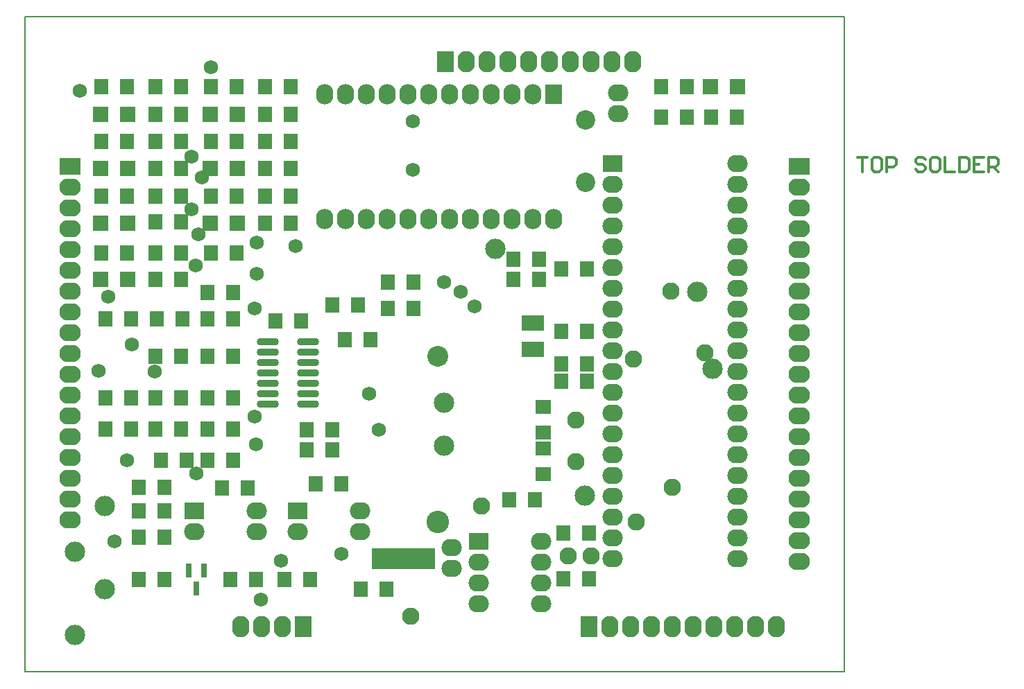
<source format=gts>
%FSLAX25Y25*%
%MOIN*%
G70*
G01*
G75*
G04 Layer_Color=8388736*
%ADD10C,0.04000*%
%ADD11C,0.01800*%
%ADD12C,0.02400*%
%ADD13C,0.03000*%
%ADD14C,0.02200*%
%ADD15C,0.02000*%
%ADD16C,0.04400*%
%ADD17C,0.01600*%
%ADD18R,0.05906X0.06693*%
%ADD19R,0.10236X0.06693*%
%ADD20R,0.02362X0.06299*%
%ADD21R,0.06693X0.06693*%
%ADD22R,0.06693X0.05906*%
%ADD23O,0.09843X0.02756*%
%ADD24C,0.00800*%
%ADD25C,0.01200*%
%ADD26C,0.01400*%
%ADD27R,0.07500X0.09500*%
%ADD28O,0.07500X0.09500*%
%ADD29C,0.07500*%
%ADD30O,0.07500X0.09000*%
%ADD31R,0.07500X0.09000*%
%ADD32C,0.08500*%
%ADD33C,0.09000*%
%ADD34R,0.09500X0.07500*%
%ADD35O,0.09500X0.07500*%
%ADD36O,0.09000X0.07500*%
%ADD37R,0.09000X0.07500*%
%ADD38C,0.10000*%
%ADD39C,0.06000*%
%ADD40C,0.00787*%
%ADD41C,0.00984*%
%ADD42C,0.01000*%
%ADD43C,0.02362*%
%ADD44C,0.03937*%
%ADD45C,0.01500*%
%ADD46R,0.06000X0.05000*%
%ADD47R,0.07874X0.03937*%
%ADD48R,0.03445X0.12303*%
%ADD49R,0.03445X0.12303*%
%ADD50R,0.30610X0.06890*%
G04:AMPARAMS|DCode=51|XSize=18.01mil|YSize=15.74mil|CornerRadius=0mil|HoleSize=0mil|Usage=FLASHONLY|Rotation=217.000|XOffset=0mil|YOffset=0mil|HoleType=Round|Shape=Rectangle|*
%AMROTATEDRECTD51*
4,1,4,0.00246,0.01170,0.01193,-0.00087,-0.00246,-0.01170,-0.01193,0.00087,0.00246,0.01170,0.0*
%
%ADD51ROTATEDRECTD51*%

G04:AMPARAMS|DCode=52|XSize=18.01mil|YSize=15.74mil|CornerRadius=0mil|HoleSize=0mil|Usage=FLASHONLY|Rotation=143.000|XOffset=0mil|YOffset=0mil|HoleType=Round|Shape=Rectangle|*
%AMROTATEDRECTD52*
4,1,4,0.01193,0.00087,0.00246,-0.01170,-0.01193,-0.00087,-0.00246,0.01170,0.01193,0.00087,0.0*
%
%ADD52ROTATEDRECTD52*%

%ADD53R,0.06706X0.07493*%
%ADD54R,0.11036X0.07493*%
%ADD55R,0.03162X0.07099*%
%ADD56R,0.07493X0.07493*%
%ADD57R,0.07493X0.06706*%
%ADD58O,0.10642X0.03556*%
%ADD59R,0.08300X0.10300*%
%ADD60O,0.08300X0.10300*%
%ADD61C,0.08300*%
%ADD62O,0.08300X0.09800*%
%ADD63R,0.08300X0.09800*%
%ADD64C,0.09300*%
%ADD65C,0.09800*%
%ADD66R,0.10300X0.08300*%
%ADD67O,0.10300X0.08300*%
%ADD68O,0.09800X0.08300*%
%ADD69R,0.09800X0.08300*%
%ADD70C,0.10800*%
%ADD71C,0.06800*%
G36*
X590750Y443000D02*
X560250D01*
Y453000D01*
X590750D01*
Y443000D01*
D02*
G37*
D24*
X393701Y393701D02*
Y708661D01*
X787402D01*
Y393701D02*
Y708661D01*
X393701Y393701D02*
X787402D01*
D25*
X793535Y641150D02*
X798200D01*
X795867D01*
Y634152D01*
X804031Y641150D02*
X801699D01*
X800532Y639984D01*
Y635319D01*
X801699Y634152D01*
X804031D01*
X805198Y635319D01*
Y639984D01*
X804031Y641150D01*
X807530Y634152D02*
Y641150D01*
X811029D01*
X812195Y639984D01*
Y637651D01*
X811029Y636485D01*
X807530D01*
X826191Y639984D02*
X825025Y641150D01*
X822692D01*
X821526Y639984D01*
Y638818D01*
X822692Y637651D01*
X825025D01*
X826191Y636485D01*
Y635319D01*
X825025Y634152D01*
X822692D01*
X821526Y635319D01*
X832022Y641150D02*
X829690D01*
X828523Y639984D01*
Y635319D01*
X829690Y634152D01*
X832022D01*
X833189Y635319D01*
Y639984D01*
X832022Y641150D01*
X835521D02*
Y634152D01*
X840186D01*
X842519Y641150D02*
Y634152D01*
X846018D01*
X847184Y635319D01*
Y639984D01*
X846018Y641150D01*
X842519D01*
X854182D02*
X849517D01*
Y634152D01*
X854182D01*
X849517Y637651D02*
X851849D01*
X856514Y634152D02*
Y641150D01*
X860013D01*
X861180Y639984D01*
Y637651D01*
X860013Y636485D01*
X856514D01*
X858847D02*
X861180Y634152D01*
D38*
X591900Y545499D02*
D03*
D53*
X652398Y438500D02*
D03*
X664602D02*
D03*
X652398Y460500D02*
D03*
X664602D02*
D03*
X495102Y595000D02*
D03*
X482898D02*
D03*
X456398Y582500D02*
D03*
X468602D02*
D03*
X444602Y510500D02*
D03*
X432398D02*
D03*
X493602Y495500D02*
D03*
X481398D02*
D03*
X458898D02*
D03*
X471102D02*
D03*
X541102Y510000D02*
D03*
X528898D02*
D03*
Y500500D02*
D03*
X541102D02*
D03*
X545602Y484000D02*
D03*
X533398D02*
D03*
X504602Y438000D02*
D03*
X492398D02*
D03*
X460602Y471000D02*
D03*
X448398D02*
D03*
X460602Y458500D02*
D03*
X448398D02*
D03*
X488398Y482000D02*
D03*
X500602D02*
D03*
X448398Y438000D02*
D03*
X460602D02*
D03*
X541398Y570000D02*
D03*
X553602D02*
D03*
X735602Y660500D02*
D03*
X723398D02*
D03*
X481398Y510500D02*
D03*
X493602D02*
D03*
X468602D02*
D03*
X456398D02*
D03*
X481398Y563500D02*
D03*
X493602D02*
D03*
X580102Y568500D02*
D03*
X567898D02*
D03*
Y581000D02*
D03*
X580102D02*
D03*
X547398Y553500D02*
D03*
X559602D02*
D03*
X444602Y525500D02*
D03*
X432398D02*
D03*
X456398D02*
D03*
X468602D02*
D03*
X481398D02*
D03*
X493602D02*
D03*
X444602Y563500D02*
D03*
X432398D02*
D03*
X456398Y545500D02*
D03*
X468602D02*
D03*
X469102Y563500D02*
D03*
X456898D02*
D03*
X663602Y557500D02*
D03*
X651398D02*
D03*
X699398Y660500D02*
D03*
X711602D02*
D03*
Y675000D02*
D03*
X699398D02*
D03*
X663602Y533500D02*
D03*
X651398D02*
D03*
X626398Y476500D02*
D03*
X638602D02*
D03*
X628398Y592000D02*
D03*
X640602D02*
D03*
X628398Y582500D02*
D03*
X640602D02*
D03*
X526102Y562500D02*
D03*
X513898D02*
D03*
X663602Y541600D02*
D03*
X651398D02*
D03*
Y587500D02*
D03*
X663602D02*
D03*
X493602Y545500D02*
D03*
X481398D02*
D03*
X530602Y438000D02*
D03*
X518398D02*
D03*
X567102Y433500D02*
D03*
X554898D02*
D03*
X442602Y648721D02*
D03*
X430398D02*
D03*
X468602Y675000D02*
D03*
X456398D02*
D03*
X521102D02*
D03*
X508898D02*
D03*
X456398Y622443D02*
D03*
X468602D02*
D03*
X430398D02*
D03*
X442602D02*
D03*
X521102Y648721D02*
D03*
X508898D02*
D03*
X521102Y622443D02*
D03*
X508898D02*
D03*
X456398Y648721D02*
D03*
X468602D02*
D03*
X482898D02*
D03*
X495102D02*
D03*
X456398Y595000D02*
D03*
X468602D02*
D03*
X495102Y622443D02*
D03*
X482898D02*
D03*
X442602Y595000D02*
D03*
X430398D02*
D03*
Y675000D02*
D03*
X442602D02*
D03*
X495102D02*
D03*
X482898D02*
D03*
X481398Y576000D02*
D03*
X493602D02*
D03*
X468602Y610000D02*
D03*
X456398D02*
D03*
Y661861D02*
D03*
X468602D02*
D03*
X521102D02*
D03*
X508898D02*
D03*
Y609500D02*
D03*
X521102D02*
D03*
X468602Y635582D02*
D03*
X456398D02*
D03*
X521102D02*
D03*
X508898D02*
D03*
X460602Y482500D02*
D03*
X448398D02*
D03*
D54*
X637500Y561299D02*
D03*
Y548701D02*
D03*
D55*
X479740Y442331D02*
D03*
X472260D02*
D03*
X476000Y433669D02*
D03*
D56*
X723004Y675000D02*
D03*
X735996D02*
D03*
X442996Y635582D02*
D03*
X430004D02*
D03*
Y609500D02*
D03*
X442996D02*
D03*
X495496Y635582D02*
D03*
X482504D02*
D03*
X430004Y582500D02*
D03*
X442996D02*
D03*
Y661861D02*
D03*
X430004D02*
D03*
X482504D02*
D03*
X495496D02*
D03*
Y609500D02*
D03*
X482504D02*
D03*
D57*
X642500Y501102D02*
D03*
Y488898D02*
D03*
Y521102D02*
D03*
Y508898D02*
D03*
D58*
X529646Y522500D02*
D03*
Y527500D02*
D03*
Y532500D02*
D03*
Y537500D02*
D03*
Y542500D02*
D03*
Y547500D02*
D03*
Y552500D02*
D03*
X510354Y522500D02*
D03*
Y527500D02*
D03*
Y532500D02*
D03*
Y537500D02*
D03*
Y542500D02*
D03*
Y547500D02*
D03*
Y552500D02*
D03*
D59*
X664724Y415354D02*
D03*
X527165D02*
D03*
X595591Y687008D02*
D03*
D60*
X674724Y415354D02*
D03*
X694724D02*
D03*
X704724D02*
D03*
X714724D02*
D03*
X724724D02*
D03*
X734724D02*
D03*
X744724D02*
D03*
X754724D02*
D03*
X684724D02*
D03*
X517165D02*
D03*
X507165D02*
D03*
X497165D02*
D03*
X605591Y687008D02*
D03*
X625591D02*
D03*
X635591D02*
D03*
X645591D02*
D03*
X655591D02*
D03*
X665591D02*
D03*
X675591D02*
D03*
X685591D02*
D03*
X615591D02*
D03*
D61*
X654500Y449500D02*
D03*
X658100Y494600D02*
D03*
Y514600D02*
D03*
X613000Y473500D02*
D03*
X665500Y449500D02*
D03*
X703900Y576600D02*
D03*
X720300Y547200D02*
D03*
X704724Y482424D02*
D03*
X686000Y544200D02*
D03*
X687400Y465800D02*
D03*
X579000Y420500D02*
D03*
D62*
X537500Y611500D02*
D03*
X547500D02*
D03*
X557500D02*
D03*
X567500D02*
D03*
X577500D02*
D03*
X587500D02*
D03*
X597500D02*
D03*
X607500D02*
D03*
X617500D02*
D03*
X627500D02*
D03*
X637500D02*
D03*
X647500D02*
D03*
X537500Y671500D02*
D03*
X547500D02*
D03*
X557500D02*
D03*
X567500D02*
D03*
X577500D02*
D03*
X587500D02*
D03*
X597500D02*
D03*
X607500D02*
D03*
X617500D02*
D03*
X627500D02*
D03*
X637500D02*
D03*
D63*
X647500D02*
D03*
D64*
X663000Y659000D02*
D03*
Y629000D02*
D03*
D65*
X432000Y433500D02*
D03*
Y473500D02*
D03*
X417500Y411500D02*
D03*
Y451500D02*
D03*
X595000Y502500D02*
D03*
Y523000D02*
D03*
X662500Y478500D02*
D03*
X619500Y597000D02*
D03*
X716500Y576500D02*
D03*
X724000Y539500D02*
D03*
D66*
X415354Y636614D02*
D03*
X765748D02*
D03*
D67*
X415354Y626614D02*
D03*
Y616614D02*
D03*
Y606614D02*
D03*
Y596614D02*
D03*
Y586614D02*
D03*
Y576614D02*
D03*
Y566614D02*
D03*
Y556614D02*
D03*
Y546614D02*
D03*
Y536614D02*
D03*
Y526614D02*
D03*
Y516614D02*
D03*
Y506614D02*
D03*
Y496614D02*
D03*
Y486614D02*
D03*
Y476614D02*
D03*
Y466614D02*
D03*
X765748Y446614D02*
D03*
Y456614D02*
D03*
Y466614D02*
D03*
Y476614D02*
D03*
Y486614D02*
D03*
Y496614D02*
D03*
Y506614D02*
D03*
Y516614D02*
D03*
Y526614D02*
D03*
Y536614D02*
D03*
Y546614D02*
D03*
Y556614D02*
D03*
Y566614D02*
D03*
Y576614D02*
D03*
Y586614D02*
D03*
Y596614D02*
D03*
Y606614D02*
D03*
Y616614D02*
D03*
Y626614D02*
D03*
D68*
X736000Y448000D02*
D03*
Y458000D02*
D03*
Y468000D02*
D03*
Y478000D02*
D03*
Y488000D02*
D03*
Y498000D02*
D03*
Y508000D02*
D03*
Y518000D02*
D03*
Y528000D02*
D03*
Y538000D02*
D03*
Y548000D02*
D03*
Y558000D02*
D03*
Y568000D02*
D03*
Y578000D02*
D03*
Y588000D02*
D03*
Y598000D02*
D03*
Y608000D02*
D03*
Y618000D02*
D03*
Y628000D02*
D03*
Y638000D02*
D03*
X676000Y448000D02*
D03*
Y458000D02*
D03*
Y468000D02*
D03*
Y478000D02*
D03*
Y488000D02*
D03*
Y498000D02*
D03*
Y508000D02*
D03*
Y518000D02*
D03*
Y528000D02*
D03*
Y538000D02*
D03*
Y548000D02*
D03*
Y558000D02*
D03*
Y568000D02*
D03*
Y578000D02*
D03*
Y588000D02*
D03*
Y598000D02*
D03*
Y608000D02*
D03*
Y618000D02*
D03*
Y628000D02*
D03*
X598500Y443500D02*
D03*
Y453500D02*
D03*
X475000Y461000D02*
D03*
X505000Y471000D02*
D03*
Y461000D02*
D03*
X554500D02*
D03*
Y471000D02*
D03*
X524500Y461000D02*
D03*
X641500Y426500D02*
D03*
Y436500D02*
D03*
Y446500D02*
D03*
Y456500D02*
D03*
X611500Y426500D02*
D03*
Y436500D02*
D03*
Y446500D02*
D03*
X678500Y672000D02*
D03*
Y662000D02*
D03*
D69*
X676000Y638000D02*
D03*
X475000Y471000D02*
D03*
X524500D02*
D03*
X611500Y456500D02*
D03*
D70*
X591900Y465873D02*
D03*
D71*
X442500Y495500D02*
D03*
X559000Y527500D02*
D03*
X595000Y581000D02*
D03*
X476000Y489000D02*
D03*
X603000Y576500D02*
D03*
X580000Y635000D02*
D03*
Y658500D02*
D03*
X563500Y510000D02*
D03*
X609500Y569500D02*
D03*
X545500Y450500D02*
D03*
X445000Y551000D02*
D03*
X429000Y538500D02*
D03*
X504000Y516500D02*
D03*
Y568500D02*
D03*
X420000Y673000D02*
D03*
X483000Y684500D02*
D03*
X507000Y428500D02*
D03*
X504500Y503000D02*
D03*
X475500Y589000D02*
D03*
X523500Y598500D02*
D03*
X473500Y641500D02*
D03*
Y616000D02*
D03*
X478422Y631500D02*
D03*
X477004Y604000D02*
D03*
X516500Y447000D02*
D03*
X436500Y456500D02*
D03*
X505000Y585000D02*
D03*
Y600000D02*
D03*
X433500Y574000D02*
D03*
X456000Y538000D02*
D03*
M02*

</source>
